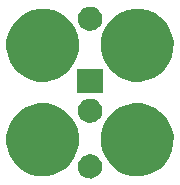
<source format=gts>
%TF.GenerationSoftware,KiCad,Pcbnew,4.0.5-e0-6337~49~ubuntu16.04.1*%
%TF.CreationDate,2017-05-29T07:00:09-07:00*%
%TF.ProjectId,2x2-LED-RGB-TH-4PIN,3278322D4C45442D5247422D54482D34,v1.1*%
%TF.FileFunction,Soldermask,Top*%
%FSLAX46Y46*%
G04 Gerber Fmt 4.6, Leading zero omitted, Abs format (unit mm)*
G04 Created by KiCad (PCBNEW 4.0.5-e0-6337~49~ubuntu16.04.1) date Mon May 29 07:00:09 2017*
%MOMM*%
%LPD*%
G01*
G04 APERTURE LIST*
%ADD10C,0.350000*%
G04 APERTURE END LIST*
D10*
G36*
X27273590Y-45598281D02*
X27470721Y-45638747D01*
X27656251Y-45716737D01*
X27823092Y-45829273D01*
X27964898Y-45972072D01*
X28076266Y-46139695D01*
X28152956Y-46325758D01*
X28191976Y-46522827D01*
X28191976Y-46522832D01*
X28192044Y-46523176D01*
X28188834Y-46753039D01*
X28188757Y-46753377D01*
X28188757Y-46753386D01*
X28144249Y-46949290D01*
X28062396Y-47133135D01*
X27946388Y-47297586D01*
X27800650Y-47436371D01*
X27630731Y-47544205D01*
X27443099Y-47616982D01*
X27244912Y-47651928D01*
X27043705Y-47647713D01*
X26847151Y-47604499D01*
X26662733Y-47523928D01*
X26497482Y-47409075D01*
X26357682Y-47264309D01*
X26248664Y-47095145D01*
X26174577Y-46908024D01*
X26138249Y-46710088D01*
X26141058Y-46508858D01*
X26182902Y-46312005D01*
X26262180Y-46127032D01*
X26375880Y-45960978D01*
X26519665Y-45820173D01*
X26688065Y-45709976D01*
X26874660Y-45634586D01*
X27072340Y-45596877D01*
X27273590Y-45598281D01*
X27273590Y-45598281D01*
G37*
G36*
X23488910Y-41299647D02*
X24079855Y-41420951D01*
X24635998Y-41654732D01*
X25136134Y-41992078D01*
X25561221Y-42420143D01*
X25895066Y-42922621D01*
X26124956Y-43480376D01*
X26242064Y-44071814D01*
X26242064Y-44071824D01*
X26242131Y-44072163D01*
X26232510Y-44761216D01*
X26232433Y-44761554D01*
X26232433Y-44761562D01*
X26098857Y-45349501D01*
X25853485Y-45900616D01*
X25505737Y-46393578D01*
X25068862Y-46809609D01*
X24559500Y-47132861D01*
X23997054Y-47351019D01*
X23402947Y-47455776D01*
X22799803Y-47443142D01*
X22210600Y-47313597D01*
X21657782Y-47072077D01*
X21162407Y-46727782D01*
X20743337Y-46293823D01*
X20416538Y-45786730D01*
X20194456Y-45225814D01*
X20085555Y-44632458D01*
X20093977Y-44029241D01*
X20219406Y-43439147D01*
X20457059Y-42884658D01*
X20797891Y-42386888D01*
X21228912Y-41964800D01*
X21733713Y-41634468D01*
X22293059Y-41408477D01*
X22885645Y-41295436D01*
X23488910Y-41299647D01*
X23488910Y-41299647D01*
G37*
G36*
X31488910Y-41299647D02*
X32079855Y-41420951D01*
X32635998Y-41654732D01*
X33136134Y-41992078D01*
X33561221Y-42420143D01*
X33895066Y-42922621D01*
X34124956Y-43480376D01*
X34242064Y-44071814D01*
X34242064Y-44071824D01*
X34242131Y-44072163D01*
X34232510Y-44761216D01*
X34232433Y-44761554D01*
X34232433Y-44761562D01*
X34098857Y-45349501D01*
X33853485Y-45900616D01*
X33505737Y-46393578D01*
X33068862Y-46809609D01*
X32559500Y-47132861D01*
X31997054Y-47351019D01*
X31402947Y-47455776D01*
X30799803Y-47443142D01*
X30210600Y-47313597D01*
X29657782Y-47072077D01*
X29162407Y-46727782D01*
X28743337Y-46293823D01*
X28416538Y-45786730D01*
X28194456Y-45225814D01*
X28085555Y-44632458D01*
X28093977Y-44029241D01*
X28219406Y-43439147D01*
X28457059Y-42884658D01*
X28797891Y-42386888D01*
X29228912Y-41964800D01*
X29733713Y-41634468D01*
X30293059Y-41408477D01*
X30885645Y-41295436D01*
X31488910Y-41299647D01*
X31488910Y-41299647D01*
G37*
G36*
X27273590Y-40888281D02*
X27470721Y-40928747D01*
X27656251Y-41006737D01*
X27823092Y-41119273D01*
X27964898Y-41262072D01*
X28076266Y-41429695D01*
X28152956Y-41615758D01*
X28191976Y-41812827D01*
X28191976Y-41812832D01*
X28192044Y-41813176D01*
X28188834Y-42043039D01*
X28188757Y-42043377D01*
X28188757Y-42043386D01*
X28144249Y-42239290D01*
X28062396Y-42423135D01*
X27946388Y-42587586D01*
X27800650Y-42726371D01*
X27630731Y-42834205D01*
X27443099Y-42906982D01*
X27244912Y-42941928D01*
X27043705Y-42937713D01*
X26847151Y-42894499D01*
X26662733Y-42813928D01*
X26497482Y-42699075D01*
X26357682Y-42554309D01*
X26248664Y-42385145D01*
X26174577Y-42198024D01*
X26138249Y-42000088D01*
X26141058Y-41798858D01*
X26182902Y-41602005D01*
X26262180Y-41417032D01*
X26375880Y-41250978D01*
X26519665Y-41110173D01*
X26688065Y-40999976D01*
X26874660Y-40924586D01*
X27072340Y-40886877D01*
X27273590Y-40888281D01*
X27273590Y-40888281D01*
G37*
G36*
X28242000Y-40400000D02*
X26089600Y-40400000D01*
X26089600Y-38347600D01*
X28242000Y-38347600D01*
X28242000Y-40400000D01*
X28242000Y-40400000D01*
G37*
G36*
X23488910Y-33299647D02*
X24079855Y-33420951D01*
X24635998Y-33654732D01*
X25136134Y-33992078D01*
X25561221Y-34420143D01*
X25895066Y-34922621D01*
X26124956Y-35480376D01*
X26242064Y-36071814D01*
X26242064Y-36071824D01*
X26242131Y-36072163D01*
X26232510Y-36761216D01*
X26232433Y-36761554D01*
X26232433Y-36761562D01*
X26098857Y-37349501D01*
X25853485Y-37900616D01*
X25505737Y-38393578D01*
X25068862Y-38809609D01*
X24559500Y-39132861D01*
X23997054Y-39351019D01*
X23402947Y-39455776D01*
X22799803Y-39443142D01*
X22210600Y-39313597D01*
X21657782Y-39072077D01*
X21162407Y-38727782D01*
X20743337Y-38293823D01*
X20416538Y-37786730D01*
X20194456Y-37225814D01*
X20085555Y-36632458D01*
X20093977Y-36029241D01*
X20219406Y-35439147D01*
X20457059Y-34884658D01*
X20797891Y-34386888D01*
X21228912Y-33964800D01*
X21733713Y-33634468D01*
X22293059Y-33408477D01*
X22885645Y-33295436D01*
X23488910Y-33299647D01*
X23488910Y-33299647D01*
G37*
G36*
X31488910Y-33299647D02*
X32079855Y-33420951D01*
X32635998Y-33654732D01*
X33136134Y-33992078D01*
X33561221Y-34420143D01*
X33895066Y-34922621D01*
X34124956Y-35480376D01*
X34242064Y-36071814D01*
X34242064Y-36071824D01*
X34242131Y-36072163D01*
X34232510Y-36761216D01*
X34232433Y-36761554D01*
X34232433Y-36761562D01*
X34098857Y-37349501D01*
X33853485Y-37900616D01*
X33505737Y-38393578D01*
X33068862Y-38809609D01*
X32559500Y-39132861D01*
X31997054Y-39351019D01*
X31402947Y-39455776D01*
X30799803Y-39443142D01*
X30210600Y-39313597D01*
X29657782Y-39072077D01*
X29162407Y-38727782D01*
X28743337Y-38293823D01*
X28416538Y-37786730D01*
X28194456Y-37225814D01*
X28085555Y-36632458D01*
X28093977Y-36029241D01*
X28219406Y-35439147D01*
X28457059Y-34884658D01*
X28797891Y-34386888D01*
X29228912Y-33964800D01*
X29733713Y-33634468D01*
X30293059Y-33408477D01*
X30885645Y-33295436D01*
X31488910Y-33299647D01*
X31488910Y-33299647D01*
G37*
G36*
X27273590Y-33098281D02*
X27470721Y-33138747D01*
X27656251Y-33216737D01*
X27823092Y-33329273D01*
X27964898Y-33472072D01*
X28076266Y-33639695D01*
X28152956Y-33825758D01*
X28191976Y-34022827D01*
X28191976Y-34022832D01*
X28192044Y-34023176D01*
X28188834Y-34253039D01*
X28188757Y-34253377D01*
X28188757Y-34253386D01*
X28144249Y-34449290D01*
X28062396Y-34633135D01*
X27946388Y-34797586D01*
X27800650Y-34936371D01*
X27630731Y-35044205D01*
X27443099Y-35116982D01*
X27244912Y-35151928D01*
X27043705Y-35147713D01*
X26847151Y-35104499D01*
X26662733Y-35023928D01*
X26497482Y-34909075D01*
X26357682Y-34764309D01*
X26248664Y-34595145D01*
X26174577Y-34408024D01*
X26138249Y-34210088D01*
X26141058Y-34008858D01*
X26182902Y-33812005D01*
X26262180Y-33627032D01*
X26375880Y-33460978D01*
X26519665Y-33320173D01*
X26688065Y-33209976D01*
X26874660Y-33134586D01*
X27072340Y-33096877D01*
X27273590Y-33098281D01*
X27273590Y-33098281D01*
G37*
M02*

</source>
